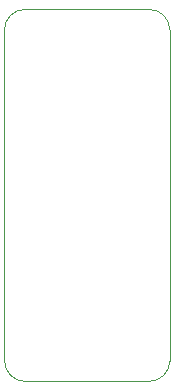
<source format=gm1>
%TF.GenerationSoftware,KiCad,Pcbnew,(5.1.9)-1*%
%TF.CreationDate,2022-08-31T17:27:34+02:00*%
%TF.ProjectId,tristate,74726973-7461-4746-952e-6b696361645f,rev?*%
%TF.SameCoordinates,Original*%
%TF.FileFunction,Profile,NP*%
%FSLAX46Y46*%
G04 Gerber Fmt 4.6, Leading zero omitted, Abs format (unit mm)*
G04 Created by KiCad (PCBNEW (5.1.9)-1) date 2022-08-31 17:27:34*
%MOMM*%
%LPD*%
G01*
G04 APERTURE LIST*
%TA.AperFunction,Profile*%
%ADD10C,0.050000*%
%TD*%
G04 APERTURE END LIST*
D10*
X129500000Y-92750000D02*
G75*
G02*
X127750000Y-91000000I0J1750000D01*
G01*
X127750000Y-63000000D02*
X127750000Y-91000000D01*
X127750000Y-63000000D02*
G75*
G02*
X129500000Y-61250000I1750000J0D01*
G01*
X140000000Y-61250000D02*
X129500000Y-61250000D01*
X140000000Y-61250000D02*
G75*
G02*
X141750000Y-63000000I0J-1750000D01*
G01*
X140000000Y-92750000D02*
X129500000Y-92750000D01*
X141750000Y-91000000D02*
G75*
G02*
X140000000Y-92750000I-1750000J0D01*
G01*
X141750000Y-63000000D02*
X141750000Y-91000000D01*
M02*

</source>
